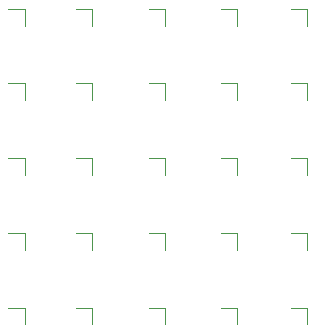
<source format=gbo>
G04 #@! TF.GenerationSoftware,KiCad,Pcbnew,8.0.1*
G04 #@! TF.CreationDate,2024-05-20T20:52:03+02:00*
G04 #@! TF.ProjectId,microled-square,6d696372-6f6c-4656-942d-737175617265,rev?*
G04 #@! TF.SameCoordinates,Original*
G04 #@! TF.FileFunction,Legend,Bot*
G04 #@! TF.FilePolarity,Positive*
%FSLAX46Y46*%
G04 Gerber Fmt 4.6, Leading zero omitted, Abs format (unit mm)*
G04 Created by KiCad (PCBNEW 8.0.1) date 2024-05-20 20:52:03*
%MOMM*%
%LPD*%
G01*
G04 APERTURE LIST*
%ADD10C,0.120000*%
%ADD11R,0.450000X0.450000*%
%ADD12C,0.600000*%
G04 APERTURE END LIST*
D10*
X26040000Y-22820000D02*
X27420000Y-22820000D01*
X27420000Y-24240000D02*
X27420000Y-22820000D01*
X37940000Y-41795000D02*
X39320000Y-41795000D01*
X39320000Y-43215000D02*
X39320000Y-41795000D01*
X49950000Y-22820000D02*
X51330000Y-22820000D01*
X51330000Y-24240000D02*
X51330000Y-22820000D01*
X44040000Y-35470000D02*
X45420000Y-35470000D01*
X45420000Y-36890000D02*
X45420000Y-35470000D01*
X26040000Y-29145000D02*
X27420000Y-29145000D01*
X27420000Y-30565000D02*
X27420000Y-29145000D01*
X37940000Y-29145000D02*
X39320000Y-29145000D01*
X39320000Y-30565000D02*
X39320000Y-29145000D01*
X44040000Y-22820000D02*
X45420000Y-22820000D01*
X45420000Y-24240000D02*
X45420000Y-22820000D01*
X31740000Y-48120000D02*
X33120000Y-48120000D01*
X33120000Y-49540000D02*
X33120000Y-48120000D01*
X49950000Y-29145000D02*
X51330000Y-29145000D01*
X51330000Y-30565000D02*
X51330000Y-29145000D01*
X26040000Y-41795000D02*
X27420000Y-41795000D01*
X27420000Y-43215000D02*
X27420000Y-41795000D01*
X31740000Y-35470000D02*
X33120000Y-35470000D01*
X33120000Y-36890000D02*
X33120000Y-35470000D01*
X49950000Y-48120000D02*
X51330000Y-48120000D01*
X51330000Y-49540000D02*
X51330000Y-48120000D01*
X26040000Y-35470000D02*
X27420000Y-35470000D01*
X27420000Y-36890000D02*
X27420000Y-35470000D01*
X31740000Y-22820000D02*
X33120000Y-22820000D01*
X33120000Y-24240000D02*
X33120000Y-22820000D01*
X49950000Y-41795000D02*
X51330000Y-41795000D01*
X51330000Y-43215000D02*
X51330000Y-41795000D01*
X37940000Y-48120000D02*
X39320000Y-48120000D01*
X39320000Y-49540000D02*
X39320000Y-48120000D01*
X37940000Y-35470000D02*
X39320000Y-35470000D01*
X39320000Y-36890000D02*
X39320000Y-35470000D01*
X44040000Y-41795000D02*
X45420000Y-41795000D01*
X45420000Y-43215000D02*
X45420000Y-41795000D01*
X26040000Y-48120000D02*
X27420000Y-48120000D01*
X27420000Y-49540000D02*
X27420000Y-48120000D01*
X44040000Y-48120000D02*
X45420000Y-48120000D01*
X45420000Y-49540000D02*
X45420000Y-48120000D01*
X44040000Y-29145000D02*
X45420000Y-29145000D01*
X45420000Y-30565000D02*
X45420000Y-29145000D01*
X31740000Y-41795000D02*
X33120000Y-41795000D01*
X33120000Y-43215000D02*
X33120000Y-41795000D01*
X31740000Y-29145000D02*
X33120000Y-29145000D01*
X33120000Y-30565000D02*
X33120000Y-29145000D01*
X49950000Y-35470000D02*
X51330000Y-35470000D01*
X51330000Y-36890000D02*
X51330000Y-35470000D01*
X37940000Y-22820000D02*
X39320000Y-22820000D01*
X39320000Y-24240000D02*
X39320000Y-22820000D01*
%LPC*%
D11*
X27090000Y-23150000D03*
X26240000Y-23150000D03*
X27090000Y-24000000D03*
X26240000Y-24000000D03*
X38990000Y-42125000D03*
X38140000Y-42125000D03*
X38990000Y-42975000D03*
X38140000Y-42975000D03*
X51000000Y-23150000D03*
X50150000Y-23150000D03*
X51000000Y-24000000D03*
X50150000Y-24000000D03*
X45090000Y-35800000D03*
X44240000Y-35800000D03*
X45090000Y-36650000D03*
X44240000Y-36650000D03*
X27090000Y-29475000D03*
X26240000Y-29475000D03*
X27090000Y-30325000D03*
X26240000Y-30325000D03*
X38990000Y-29475000D03*
X38140000Y-29475000D03*
X38990000Y-30325000D03*
X38140000Y-30325000D03*
X45090000Y-23150000D03*
X44240000Y-23150000D03*
X45090000Y-24000000D03*
X44240000Y-24000000D03*
X32790000Y-48450000D03*
X31940000Y-48450000D03*
X32790000Y-49300000D03*
X31940000Y-49300000D03*
X51000000Y-29475000D03*
X50150000Y-29475000D03*
X51000000Y-30325000D03*
X50150000Y-30325000D03*
X27090000Y-42125000D03*
X26240000Y-42125000D03*
X27090000Y-42975000D03*
X26240000Y-42975000D03*
X32790000Y-35800000D03*
X31940000Y-35800000D03*
X32790000Y-36650000D03*
X31940000Y-36650000D03*
X51000000Y-48450000D03*
X50150000Y-48450000D03*
X51000000Y-49300000D03*
X50150000Y-49300000D03*
X27090000Y-35800000D03*
X26240000Y-35800000D03*
X27090000Y-36650000D03*
X26240000Y-36650000D03*
X32790000Y-23150000D03*
X31940000Y-23150000D03*
X32790000Y-24000000D03*
X31940000Y-24000000D03*
X51000000Y-42125000D03*
X50150000Y-42125000D03*
X51000000Y-42975000D03*
X50150000Y-42975000D03*
X38990000Y-48450000D03*
X38140000Y-48450000D03*
X38990000Y-49300000D03*
X38140000Y-49300000D03*
X38990000Y-35800000D03*
X38140000Y-35800000D03*
X38990000Y-36650000D03*
X38140000Y-36650000D03*
X45090000Y-42125000D03*
X44240000Y-42125000D03*
X45090000Y-42975000D03*
X44240000Y-42975000D03*
X27090000Y-48450000D03*
X26240000Y-48450000D03*
X27090000Y-49300000D03*
X26240000Y-49300000D03*
X45090000Y-48450000D03*
X44240000Y-48450000D03*
X45090000Y-49300000D03*
X44240000Y-49300000D03*
X45090000Y-29475000D03*
X44240000Y-29475000D03*
X45090000Y-30325000D03*
X44240000Y-30325000D03*
X32790000Y-42125000D03*
X31940000Y-42125000D03*
X32790000Y-42975000D03*
X31940000Y-42975000D03*
X32790000Y-29475000D03*
X31940000Y-29475000D03*
X32790000Y-30325000D03*
X31940000Y-30325000D03*
X51000000Y-35800000D03*
X50150000Y-35800000D03*
X51000000Y-36650000D03*
X50150000Y-36650000D03*
X38990000Y-23150000D03*
X38140000Y-23150000D03*
X38990000Y-24000000D03*
X38140000Y-24000000D03*
D12*
X47200000Y-50300000D03*
X41000000Y-50300000D03*
X34900000Y-50400000D03*
X28900000Y-50400000D03*
X48200000Y-44600000D03*
X42100000Y-44700000D03*
X35900000Y-44700000D03*
X30000000Y-44700000D03*
X25200000Y-44600000D03*
X49400000Y-38200000D03*
X40500000Y-38000000D03*
X34400000Y-38000000D03*
X26600000Y-38100000D03*
X43400000Y-25200000D03*
X24500000Y-25800000D03*
X32500000Y-25400000D03*
X26300000Y-31900000D03*
X42700000Y-31800000D03*
X50200000Y-31800000D03*
X49000000Y-22500000D03*
X24500000Y-24000000D03*
%LPD*%
M02*

</source>
